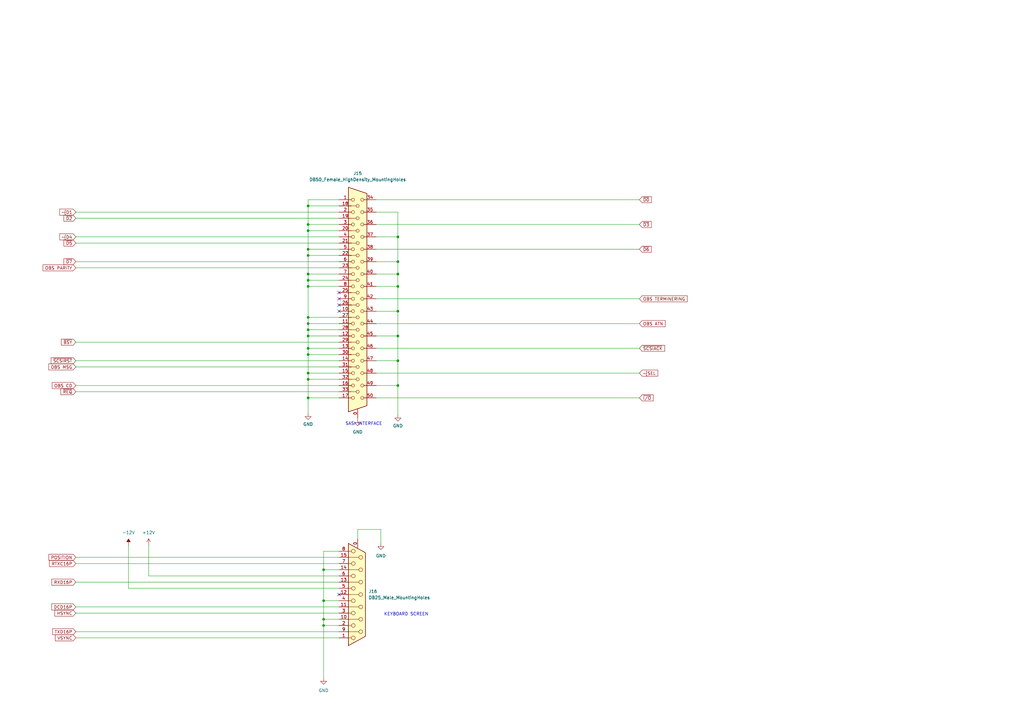
<source format=kicad_sch>
(kicad_sch (version 20211123) (generator eeschema)
  (paper "A3")
  (lib_symbols
    (symbol "Connector:DB15_Female_MountingHoles" (pin_names (offset 1.016) hide)
      (property "Reference" "J" (at 0 24.13 0))
      (property "Value" "DB15_Female_MountingHoles" (at 0 22.225 0))
      (symbol "DB15_Female_MountingHoles_0_1"
        (circle (center -1.778 -17.78) (radius 0.762))
        (circle (center -1.778 -12.7) (radius 0.762))
        (circle (center -1.778 -7.62) (radius 0.762))
        (circle (center -1.778 -2.54) (radius 0.762))
        (circle (center -1.778 2.54) (radius 0.762))
        (circle (center -1.778 7.62) (radius 0.762))
        (circle (center -1.778 12.7) (radius 0.762))
        (circle (center -1.778 17.78) (radius 0.762))
        (polyline (pts (xy -3.81 -17.78) (xy -2.54 -17.78)))
        (polyline (pts (xy -3.81 -15.24) (xy 0.508 -15.24)))
        (polyline (pts (xy -3.81 -12.7) (xy -2.54 -12.7)))
        (polyline (pts (xy -3.81 -10.16) (xy 0.508 -10.16)))
        (polyline (pts (xy -3.81 -7.62) (xy -2.54 -7.62)))
        (polyline (pts (xy -3.81 -5.08) (xy 0.508 -5.08)))
        (polyline (pts (xy -3.81 -2.54) (xy -2.54 -2.54)))
        (polyline (pts (xy -3.81 0) (xy 0.508 0)))
        (polyline (pts (xy -3.81 2.54) (xy -2.54 2.54)))
        (polyline (pts (xy -3.81 5.08) (xy 0.508 5.08)))
        (polyline (pts (xy -3.81 7.62) (xy -2.54 7.62)))
        (polyline (pts (xy -3.81 10.16) (xy 0.508 10.16)))
        (polyline (pts (xy -3.81 12.7) (xy -2.54 12.7)))
        (polyline (pts (xy -3.81 15.24) (xy 0.508 15.24)))
        (polyline (pts (xy -3.81 17.78) (xy -2.54 17.78)))
        (polyline (pts (xy -3.81 20.955) (xy 3.175 17.145) (xy 3.175 -17.145) (xy -3.81 -20.955) (xy -3.81 20.955)) (stroke (width 0.254)) (fill (type background)))
        (circle (center 1.27 -15.24) (radius 0.762))
        (circle (center 1.27 -10.16) (radius 0.762))
        (circle (center 1.27 -5.08) (radius 0.762))
        (circle (center 1.27 0) (radius 0.762))
        (circle (center 1.27 5.08) (radius 0.762))
        (circle (center 1.27 10.16) (radius 0.762))
        (circle (center 1.27 15.24) (radius 0.762))
      )
      (symbol "DB15_Female_MountingHoles_1_1"
        (pin passive line (at 0 -22.86 90) (length 3.81) (name "PAD") (number "0"))
        (pin passive line (at -7.62 17.78 0) (length 3.81) (name "1") (number "1"))
        (pin passive line (at -7.62 10.16 0) (length 3.81) (name "P10") (number "10"))
        (pin passive line (at -7.62 5.08 0) (length 3.81) (name "P111") (number "11"))
        (pin passive line (at -7.62 0 0) (length 3.81) (name "P12") (number "12"))
        (pin passive line (at -7.62 -5.08 0) (length 3.81) (name "P13") (number "13"))
        (pin passive line (at -7.62 -10.16 0) (length 3.81) (name "P14") (number "14"))
        (pin passive line (at -7.62 -15.24 0) (length 3.81) (name "P15") (number "15"))
        (pin passive line (at -7.62 12.7 0) (length 3.81) (name "2") (number "2"))
        (pin passive line (at -7.62 7.62 0) (length 3.81) (name "3") (number "3"))
        (pin passive line (at -7.62 2.54 0) (length 3.81) (name "4") (number "4"))
        (pin passive line (at -7.62 -2.54 0) (length 3.81) (name "5") (number "5"))
        (pin passive line (at -7.62 -7.62 0) (length 3.81) (name "6") (number "6"))
        (pin passive line (at -7.62 -12.7 0) (length 3.81) (name "7") (number "7"))
        (pin passive line (at -7.62 -17.78 0) (length 3.81) (name "8") (number "8"))
        (pin passive line (at -7.62 15.24 0) (length 3.81) (name "P9") (number "9"))
      )
    )
    (symbol "power:+12V" (power) (pin_names (offset 0))
      (property "Value" "+12V" (at 0 3.556 0))
      (symbol "+12V_0_1"
        (polyline (pts (xy -0.762 1.27) (xy 0 2.54)))
        (polyline (pts (xy 0 0) (xy 0 2.54)))
        (polyline (pts (xy 0 2.54) (xy 0.762 1.27)))
      )
      (symbol "+12V_1_1"
        (pin power_in line (at 0 0 90) (length 0) hide (name "+12V") (number "1"))
      )
    )
    (symbol "power:-12V" (power) (pin_names (offset 0))
      (property "Value" "-12V" (at 0 3.81 0))
      (symbol "-12V_0_0"
        (pin power_in line (at 0 0 90) (length 0) hide (name "-12V") (number "1"))
      )
      (symbol "-12V_0_1"
        (polyline (pts (xy 0 0) (xy 0 1.27) (xy 0.762 1.27) (xy 0 2.54) (xy -0.762 1.27) (xy 0 1.27)) (fill (type outline)))
      )
    )
    (symbol "power:GND" (power) (pin_names (offset 0))
      (property "Value" "GND" (at 0 -3.81 0))
      (symbol "GND_0_1"
        (polyline (pts (xy 0 0) (xy 0 -1.27) (xy 1.27 -1.27) (xy 0 -2.54) (xy -1.27 -1.27) (xy 0 -1.27)))
      )
      (symbol "GND_1_1"
        (pin power_in line (at 0 0 270) (length 0) hide (name "GND") (number "1"))
      )
    )
    (symbol "x37:DB50_Female_HighDensity_MountingHoles" (pin_names (offset 1.016) hide)
      (property "Reference" "J" (at 0 21.59 0))
      (property "Value" "DB50_Female_HighDensity_MountingHoles" (at 0 19.05 0))
      (symbol "DB50_Female_HighDensity_MountingHoles_0_1"
        (circle (center -1.905 -71.12) (radius 0.635))
        (circle (center -1.905 -66.04) (radius 0.635))
        (circle (center -1.905 -60.96) (radius 0.635))
        (circle (center -1.905 -55.88) (radius 0.635))
        (circle (center -1.905 -50.8) (radius 0.635))
        (circle (center -1.905 -45.72) (radius 0.635))
        (circle (center -1.905 -40.64) (radius 0.635))
        (circle (center -1.905 -35.56) (radius 0.635))
        (circle (center -1.905 -30.48) (radius 0.635))
        (circle (center -1.905 -25.4) (radius 0.635))
        (circle (center -1.905 -20.32) (radius 0.635))
        (circle (center -1.905 -15.24) (radius 0.635))
        (circle (center -1.905 -10.16) (radius 0.635))
        (circle (center -1.905 -5.08) (radius 0.635))
        (circle (center -1.905 0) (radius 0.635))
        (circle (center -1.905 5.08) (radius 0.635))
        (circle (center -1.905 10.16) (radius 0.635))
        (circle (center 0 -68.58) (radius 0.635))
        (circle (center 0 -63.5) (radius 0.635))
        (circle (center 0 -58.42) (radius 0.635))
        (circle (center 0 -53.34) (radius 0.635))
        (circle (center 0 -48.26) (radius 0.635))
        (circle (center 0 -43.18) (radius 0.635))
        (circle (center 0 -38.1) (radius 0.635))
        (circle (center 0 -33.02) (radius 0.635))
        (circle (center 0 -27.94) (radius 0.635))
        (circle (center 0 -22.86) (radius 0.635))
        (circle (center 0 -17.78) (radius 0.635))
        (circle (center 0 -12.7) (radius 0.635))
        (circle (center 0 -7.62) (radius 0.635))
        (circle (center 0 -2.54) (radius 0.635))
        (polyline (pts (xy -3.175 -43.18) (xy -0.635 -43.18)))
        (polyline (pts (xy -3.175 -17.78) (xy -0.635 -17.78)))
        (polyline (pts (xy -3.175 7.62) (xy -0.635 7.62)))
        (polyline (pts (xy -0.635 -68.58) (xy -3.175 -68.58)))
        (polyline (pts (xy -0.635 -63.5) (xy -3.175 -63.5)))
        (polyline (pts (xy -0.635 -58.42) (xy -3.175 -58.42)))
        (polyline (pts (xy -0.635 -53.34) (xy -3.175 -53.34)))
        (polyline (pts (xy -0.635 -48.26) (xy -3.175 -48.26)))
        (polyline (pts (xy -0.635 -38.1) (xy -3.175 -38.1)))
        (polyline (pts (xy -0.635 -33.02) (xy -3.175 -33.02)))
        (polyline (pts (xy -0.635 -27.94) (xy -3.175 -27.94)))
        (polyline (pts (xy -0.635 -22.86) (xy -3.175 -22.86)))
        (polyline (pts (xy -0.635 -12.7) (xy -3.175 -12.7)))
        (polyline (pts (xy -0.635 -7.62) (xy -3.175 -7.62)))
        (polyline (pts (xy -0.635 -2.54) (xy -3.175 -2.54)))
        (polyline (pts (xy -0.635 2.54) (xy -3.175 2.54)))
        (polyline (pts (xy -3.81 15.24) (xy -3.81 -76.835) (xy 3.81 -74.295) (xy 3.81 12.7) (xy -3.81 15.24)) (stroke (width 0.254)) (fill (type background)))
        (circle (center 0 2.54) (radius 0.635))
        (circle (center 0 7.62) (radius 0.635))
        (circle (center 1.905 -71.12) (radius 0.635))
        (circle (center 1.905 -66.04) (radius 0.635))
        (circle (center 1.905 -60.96) (radius 0.635))
        (circle (center 1.905 -55.88) (radius 0.635))
        (circle (center 1.905 -50.8) (radius 0.635))
        (circle (center 1.905 -45.72) (radius 0.635))
        (circle (center 1.905 -40.64) (radius 0.635))
        (circle (center 1.905 -35.56) (radius 0.635))
        (circle (center 1.905 -30.48) (radius 0.635))
        (circle (center 1.905 -25.4) (radius 0.635))
        (circle (center 1.905 -20.32) (radius 0.635))
        (circle (center 1.905 -15.24) (radius 0.635))
        (circle (center 1.905 -10.16) (radius 0.635))
        (circle (center 1.905 -5.08) (radius 0.635))
        (circle (center 1.905 0) (radius 0.635))
        (circle (center 1.905 5.08) (radius 0.635))
        (circle (center 1.905 10.16) (radius 0.635))
      )
      (symbol "DB50_Female_HighDensity_MountingHoles_1_1"
        (pin passive line (at 0 -79.375 90) (length 3.81) (name "~") (number "0"))
        (pin passive line (at -7.62 10.16 0) (length 5.08) (name "~") (number "1"))
        (pin passive line (at -7.62 -35.56 0) (length 5.08) (name "~") (number "10"))
        (pin passive line (at -7.62 -40.64 0) (length 5.08) (name "~") (number "11"))
        (pin passive line (at -7.62 -45.72 0) (length 5.08) (name "~") (number "12"))
        (pin passive line (at -7.62 -50.8 0) (length 5.08) (name "~") (number "13"))
        (pin passive line (at -7.62 -55.88 0) (length 5.08) (name "~") (number "14"))
        (pin passive line (at -7.62 -60.96 0) (length 5.08) (name "~") (number "15"))
        (pin passive line (at -7.62 -66.04 0) (length 5.08) (name "~") (number "16"))
        (pin passive line (at -7.62 -71.12 0) (length 5.08) (name "~") (number "17"))
        (pin passive line (at -7.62 7.62 0) (length 5.08) (name "~") (number "18"))
        (pin passive line (at -7.62 2.54 0) (length 5.08) (name "~") (number "19"))
        (pin passive line (at -7.62 5.08 0) (length 5.08) (name "~") (number "2"))
        (pin passive line (at -7.62 -2.54 0) (length 5.08) (name "~") (number "20"))
        (pin passive line (at -7.62 -7.62 0) (length 5.08) (name "~") (number "21"))
        (pin passive line (at -7.62 -12.7 0) (length 5.08) (name "~") (number "22"))
        (pin passive line (at -7.62 -17.78 0) (length 5.08) (name "~") (number "23"))
        (pin passive line (at -7.62 -22.86 0) (length 5.08) (name "~") (number "24"))
        (pin passive line (at -7.62 -27.94 0) (length 5.08) (name "~") (number "25"))
        (pin passive line (at -7.62 -33.02 0) (length 5.08) (name "~") (number "26"))
        (pin passive line (at -7.62 -38.1 0) (length 5.08) (name "~") (number "27"))
        (pin passive line (at -7.62 -43.18 0) (length 5.08) (name "~") (number "28"))
        (pin passive line (at -7.62 -48.26 0) (length 5.08) (name "~") (number "29"))
        (pin passive line (at -7.62 0 0) (length 5.08) (name "~") (number "3"))
        (pin passive line (at -7.62 -53.34 0) (length 5.08) (name "~") (number "30"))
        (pin passive line (at -7.62 -58.42 0) (length 5.08) (name "~") (number "31"))
        (pin passive line (at -7.62 -63.5 0) (length 5.08) (name "~") (number "32"))
        (pin passive line (at -7.62 -68.58 0) (length 5.08) (name "~") (number "33"))
        (pin passive line (at 7.62 10.16 180) (length 5.08) (name "~") (number "34"))
        (pin passive line (at 7.62 5.08 180) (length 5.08) (name "~") (number "35"))
        (pin passive line (at 7.62 0 180) (length 5.08) (name "~") (number "36"))
        (pin passive line (at 7.62 -5.08 180) (length 5.08) (name "~") (number "37"))
        (pin passive line (at 7.62 -10.16 180) (length 5.08) (name "~") (number "38"))
        (pin passive line (at 7.62 -15.24 180) (length 5.08) (name "~") (number "39"))
        (pin passive line (at -7.62 -5.08 0) (length 5.08) (name "~") (number "4"))
        (pin passive line (at 7.62 -20.32 180) (length 5.08) (name "~") (number "40"))
        (pin passive line (at 7.62 -25.4 180) (length 5.08) (name "~") (number "41"))
        (pin passive line (at 7.62 -30.48 180) (length 5.08) (name "~") (number "42"))
        (pin passive line (at 7.62 -35.56 180) (length 5.08) (name "~") (number "43"))
        (pin passive line (at 7.62 -40.64 180) (length 5.08) (name "~") (number "44"))
        (pin passive line (at 7.62 -45.72 180) (length 5.08) (name "~") (number "45"))
        (pin passive line (at 7.62 -50.8 180) (length 5.08) (name "~") (number "46"))
        (pin passive line (at 7.62 -55.88 180) (length 5.08) (name "~") (number "47"))
        (pin passive line (at 7.62 -60.96 180) (length 5.08) (name "~") (number "48"))
        (pin passive line (at 7.62 -66.04 180) (length 5.08) (name "~") (number "49"))
        (pin passive line (at -7.62 -10.16 0) (length 5.08) (name "~") (number "5"))
        (pin passive line (at 7.62 -71.12 180) (length 5.08) (name "~") (number "50"))
        (pin passive line (at -7.62 -15.24 0) (length 5.08) (name "~") (number "6"))
        (pin passive line (at -7.62 -20.32 0) (length 5.08) (name "~") (number "7"))
        (pin passive line (at -7.62 -25.4 0) (length 5.08) (name "~") (number "8"))
        (pin passive line (at -7.62 -30.48 0) (length 5.08) (name "~") (number "9"))
      )
    )
  )
  (junction (at 126.365 114.935))
  (junction (at 163.195 112.395))
  (junction (at 126.365 137.795))
  (junction (at 163.195 97.155))
  (junction (at 132.715 254))
  (junction (at 126.365 104.775))
  (junction (at 126.365 155.575))
  (junction (at 163.195 147.955))
  (junction (at 126.365 117.475))
  (junction (at 126.365 132.715))
  (junction (at 132.715 246.38))
  (junction (at 126.365 102.235))
  (junction (at 126.365 153.035))
  (junction (at 126.365 92.075))
  (junction (at 126.365 94.615))
  (junction (at 126.365 142.875))
  (junction (at 126.365 84.455))
  (junction (at 163.195 158.115))
  (junction (at 163.195 107.315))
  (junction (at 132.715 256.54))
  (junction (at 126.365 145.415))
  (junction (at 132.715 233.68))
  (junction (at 126.365 135.255))
  (junction (at 126.365 163.195))
  (junction (at 163.195 117.475))
  (junction (at 126.365 130.175))
  (junction (at 163.195 137.795))
  (junction (at 126.365 112.395))
  (junction (at 163.195 127.635))
  (no_connect (at 139.065 120.015))
  (no_connect (at 139.065 127.635))
  (no_connect (at 139.065 125.095))
  (no_connect (at 139.065 122.555))
  (no_connect (at 139.065 243.84))
  (wire (pts (xy 31.115 89.535) (xy 139.065 89.535)))
  (wire (pts (xy 132.715 246.38) (xy 132.715 254)))
  (wire (pts (xy 31.115 109.855) (xy 139.065 109.855)))
  (wire (pts (xy 156.21 217.17) (xy 156.21 222.885)))
  (wire (pts (xy 126.365 112.395) (xy 139.065 112.395)))
  (wire (pts (xy 154.305 137.795) (xy 163.195 137.795)))
  (wire (pts (xy 126.365 153.035) (xy 139.065 153.035)))
  (wire (pts (xy 154.305 97.155) (xy 163.195 97.155)))
  (wire (pts (xy 163.195 117.475) (xy 163.195 127.635)))
  (wire (pts (xy 126.365 137.795) (xy 126.365 142.875)))
  (wire (pts (xy 31.115 231.14) (xy 139.065 231.14)))
  (wire (pts (xy 139.065 130.175) (xy 126.365 130.175)))
  (wire (pts (xy 126.365 155.575) (xy 139.065 155.575)))
  (wire (pts (xy 139.065 81.915) (xy 126.365 81.915)))
  (wire (pts (xy 154.305 86.995) (xy 163.195 86.995)))
  (wire (pts (xy 126.365 102.235) (xy 126.365 104.775)))
  (wire (pts (xy 126.365 117.475) (xy 126.365 130.175)))
  (wire (pts (xy 126.365 92.075) (xy 139.065 92.075)))
  (wire (pts (xy 132.715 256.54) (xy 132.715 278.13)))
  (wire (pts (xy 126.365 142.875) (xy 126.365 145.415)))
  (wire (pts (xy 31.115 158.115) (xy 139.065 158.115)))
  (wire (pts (xy 52.705 223.52) (xy 52.705 241.3)))
  (wire (pts (xy 146.685 217.17) (xy 156.21 217.17)))
  (wire (pts (xy 31.115 140.335) (xy 139.065 140.335)))
  (wire (pts (xy 126.365 114.935) (xy 126.365 117.475)))
  (wire (pts (xy 31.115 259.08) (xy 139.065 259.08)))
  (wire (pts (xy 126.365 104.775) (xy 139.065 104.775)))
  (wire (pts (xy 126.365 153.035) (xy 126.365 155.575)))
  (wire (pts (xy 31.115 150.495) (xy 139.065 150.495)))
  (wire (pts (xy 126.365 94.615) (xy 139.065 94.615)))
  (wire (pts (xy 60.96 223.52) (xy 60.96 236.22)))
  (wire (pts (xy 139.065 241.3) (xy 52.705 241.3)))
  (wire (pts (xy 60.96 236.22) (xy 139.065 236.22)))
  (wire (pts (xy 31.115 248.92) (xy 139.065 248.92)))
  (wire (pts (xy 126.365 132.715) (xy 139.065 132.715)))
  (wire (pts (xy 139.065 114.935) (xy 126.365 114.935)))
  (wire (pts (xy 31.115 86.995) (xy 139.065 86.995)))
  (wire (pts (xy 126.365 135.255) (xy 126.365 137.795)))
  (wire (pts (xy 154.305 112.395) (xy 163.195 112.395)))
  (wire (pts (xy 146.685 220.98) (xy 146.685 217.17)))
  (wire (pts (xy 31.115 99.695) (xy 139.065 99.695)))
  (wire (pts (xy 31.115 160.655) (xy 139.065 160.655)))
  (wire (pts (xy 126.365 102.235) (xy 139.065 102.235)))
  (wire (pts (xy 262.255 153.035) (xy 154.305 153.035)))
  (wire (pts (xy 154.305 127.635) (xy 163.195 127.635)))
  (wire (pts (xy 163.195 107.315) (xy 163.195 112.395)))
  (wire (pts (xy 132.715 233.68) (xy 139.065 233.68)))
  (wire (pts (xy 31.115 238.76) (xy 139.065 238.76)))
  (wire (pts (xy 154.305 158.115) (xy 163.195 158.115)))
  (wire (pts (xy 262.255 163.195) (xy 154.305 163.195)))
  (wire (pts (xy 163.195 158.115) (xy 163.195 170.18)))
  (wire (pts (xy 126.365 145.415) (xy 126.365 153.035)))
  (wire (pts (xy 139.065 142.875) (xy 126.365 142.875)))
  (wire (pts (xy 132.715 226.06) (xy 132.715 233.68)))
  (wire (pts (xy 126.365 163.195) (xy 139.065 163.195)))
  (wire (pts (xy 31.115 228.6) (xy 139.065 228.6)))
  (wire (pts (xy 126.365 155.575) (xy 126.365 163.195)))
  (wire (pts (xy 163.195 86.995) (xy 163.195 97.155)))
  (wire (pts (xy 126.365 130.175) (xy 126.365 132.715)))
  (wire (pts (xy 126.365 94.615) (xy 126.365 102.235)))
  (wire (pts (xy 132.715 246.38) (xy 139.065 246.38)))
  (wire (pts (xy 154.305 107.315) (xy 163.195 107.315)))
  (wire (pts (xy 31.115 251.46) (xy 139.065 251.46)))
  (wire (pts (xy 262.255 142.875) (xy 154.305 142.875)))
  (wire (pts (xy 31.115 107.315) (xy 139.065 107.315)))
  (wire (pts (xy 126.365 84.455) (xy 139.065 84.455)))
  (wire (pts (xy 154.305 147.955) (xy 163.195 147.955)))
  (wire (pts (xy 126.365 135.255) (xy 139.065 135.255)))
  (wire (pts (xy 31.115 97.155) (xy 139.065 97.155)))
  (wire (pts (xy 139.065 256.54) (xy 132.715 256.54)))
  (wire (pts (xy 154.305 132.715) (xy 262.255 132.715)))
  (wire (pts (xy 262.255 81.915) (xy 154.305 81.915)))
  (wire (pts (xy 132.715 254) (xy 132.715 256.54)))
  (wire (pts (xy 126.365 81.915) (xy 126.365 84.455)))
  (wire (pts (xy 126.365 145.415) (xy 139.065 145.415)))
  (wire (pts (xy 126.365 163.195) (xy 126.365 169.545)))
  (wire (pts (xy 132.715 233.68) (xy 132.715 246.38)))
  (wire (pts (xy 126.365 132.715) (xy 126.365 135.255)))
  (wire (pts (xy 126.365 112.395) (xy 126.365 114.935)))
  (wire (pts (xy 154.305 122.555) (xy 262.255 122.555)))
  (wire (pts (xy 126.365 104.775) (xy 126.365 112.395)))
  (wire (pts (xy 126.365 92.075) (xy 126.365 94.615)))
  (wire (pts (xy 31.115 147.955) (xy 139.065 147.955)))
  (wire (pts (xy 262.255 102.235) (xy 154.305 102.235)))
  (wire (pts (xy 163.195 97.155) (xy 163.195 107.315)))
  (wire (pts (xy 163.195 127.635) (xy 163.195 137.795)))
  (wire (pts (xy 126.365 84.455) (xy 126.365 92.075)))
  (wire (pts (xy 132.715 254) (xy 139.065 254)))
  (wire (pts (xy 139.065 137.795) (xy 126.365 137.795)))
  (wire (pts (xy 31.115 261.62) (xy 139.065 261.62)))
  (wire (pts (xy 163.195 147.955) (xy 163.195 158.115)))
  (wire (pts (xy 146.685 171.45) (xy 146.685 172.085)))
  (wire (pts (xy 154.305 117.475) (xy 163.195 117.475)))
  (wire (pts (xy 163.195 112.395) (xy 163.195 117.475)))
  (wire (pts (xy 139.065 117.475) (xy 126.365 117.475)))
  (wire (pts (xy 139.065 226.06) (xy 132.715 226.06)))
  (wire (pts (xy 163.195 137.795) (xy 163.195 147.955)))
  (wire (pts (xy 262.255 92.075) (xy 154.305 92.075)))
  (text "SASI INTERFACE\n" (at 141.605 174.625 0) (effects (font (size 1.27 1.27)) (justify left bottom)))
  (text "KEYBOARD SCREEN\n" (at 157.48 252.73 0) (effects (font (size 1.27 1.27)) (justify left bottom)))
  (global_label "OBS TERMINERING" (shape input) (at 262.255 122.555 0) (property "Intersheet References" "${INTERSHEET_REFS}" (effects hide)))
  (global_label "~{D2}" (shape input) (at 31.115 89.535 180) (property "Intersheet References" "${INTERSHEET_REFS}" (effects hide)))
  (global_label "~{BSY}" (shape input) (at 31.115 140.335 180) (property "Intersheet References" "${INTERSHEET_REFS}" (effects hide)))
  (global_label "POSITION" (shape input) (at 31.115 228.6 180) (property "Intersheet References" "${INTERSHEET_REFS}" (effects hide)))
  (global_label "DCD16P" (shape input) (at 31.115 248.92 180) (property "Intersheet References" "${INTERSHEET_REFS}" (effects hide)))
  (global_label "~{D5}" (shape input) (at 31.115 99.695 180) (property "Intersheet References" "${INTERSHEET_REFS}" (effects hide)))
  (global_label "~{SCSIRST}" (shape input) (at 31.115 147.955 180) (property "Intersheet References" "${INTERSHEET_REFS}" (effects hide)))
  (global_label "~{SCSIACK}" (shape input) (at 262.255 142.875 0) (property "Intersheet References" "${INTERSHEET_REFS}" (effects hide)))
  (global_label "~{D7}" (shape input) (at 31.115 107.315 180) (property "Intersheet References" "${INTERSHEET_REFS}" (effects hide)))
  (global_label "~{D1" (shape input) (at 31.115 86.995 180) (property "Intersheet References" "${INTERSHEET_REFS}" (effects hide)))
  (global_label "~{D4" (shape input) (at 31.115 97.155 180) (property "Intersheet References" "${INTERSHEET_REFS}" (effects hide)))
  (global_label "OBS CD" (shape input) (at 31.115 158.115 180) (property "Intersheet References" "${INTERSHEET_REFS}" (effects hide)))
  (global_label "OBS ATN" (shape input) (at 262.255 132.715 0) (property "Intersheet References" "${INTERSHEET_REFS}" (effects hide)))
  (global_label "~{D6}" (shape input) (at 262.255 102.235 0) (property "Intersheet References" "${INTERSHEET_REFS}" (effects hide)))
  (global_label "OBS PARITY" (shape input) (at 31.115 109.855 180) (property "Intersheet References" "${INTERSHEET_REFS}" (effects hide)))
  (global_label "~{D3}" (shape input) (at 262.255 92.075 0) (property "Intersheet References" "${INTERSHEET_REFS}" (effects hide)))
  (global_label "OBS MSG" (shape input) (at 31.115 150.495 180) (property "Intersheet References" "${INTERSHEET_REFS}" (effects hide)))
  (global_label "~{SEL" (shape input) (at 262.255 153.035 0) (property "Intersheet References" "${INTERSHEET_REFS}" (effects hide)))
  (global_label "TXD16P" (shape input) (at 31.115 259.08 180) (property "Intersheet References" "${INTERSHEET_REFS}" (effects hide)))
  (global_label "~{I{slash}O}" (shape input) (at 262.255 163.195 0) (property "Intersheet References" "${INTERSHEET_REFS}" (effects hide)))
  (global_label "~{REQ}" (shape input) (at 31.115 160.655 180) (property "Intersheet References" "${INTERSHEET_REFS}" (effects hide)))
  (global_label "HSYNC" (shape input) (at 31.115 251.46 180) (property "Intersheet References" "${INTERSHEET_REFS}" (effects hide)))
  (global_label "RTXC16P" (shape input) (at 31.115 231.14 180) (property "Intersheet References" "${INTERSHEET_REFS}" (effects hide)))
  (global_label "VSYNC" (shape input) (at 31.115 261.62 180) (property "Intersheet References" "${INTERSHEET_REFS}" (effects hide)))
  (global_label "~{D0}" (shape input) (at 262.255 81.915 0) (property "Intersheet References" "${INTERSHEET_REFS}" (effects hide)))
  (global_label "RXD16P" (shape input) (at 31.115 238.76 180) (property "Intersheet References" "${INTERSHEET_REFS}" (effects hide)))
  (symbol (lib_id "power:GND") (at 163.195 170.18 0) (unit 1)
    (property "Reference" "#PWR0638" (effects hide))
    (property "Value" "GND" (at 163.195 174.625 0))
  )
  (symbol (lib_id "Connector:DB15_Female_MountingHoles") (at 146.685 243.84 0) (mirror x) (unit 1)
    (property "Reference" "J16" (at 151.13 242.5699 0) (effects (justify left)))
    (property "Value" "DB25_Male_MountingHoles" (at 151.13 245.1099 0) (effects (justify left)))
    (property "Datasheet" " ~" (effects hide))
  )
  (symbol (lib_id "power:GND") (at 126.365 169.545 0) (unit 1)
    (property "Reference" "#PWR0637" (effects hide))
    (property "Value" "GND" (at 126.365 173.99 0))
  )
  (symbol (lib_id "power:GND") (at 156.21 222.885 0) (unit 1)
    (property "Reference" "#PWR038" (effects hide))
    (property "Value" "~" (at 156.21 227.965 0))
  )
  (symbol (lib_id "power:+12V") (at 60.96 223.52 0) (unit 1)
    (property "Reference" "#PWR034" (effects hide))
    (property "Value" "+12V" (at 60.96 218.44 0))
  )
  (symbol (lib_id "power:GND") (at 132.715 278.13 0) (unit 1)
    (property "Reference" "#PWR036" (effects hide))
    (property "Value" "GND" (at 132.715 283.21 0))
  )
  (symbol (lib_id "power:-12V") (at 52.705 223.52 0) (unit 1)
    (property "Reference" "#PWR033" (effects hide))
    (property "Value" "-12V" (at 52.705 218.44 0))
  )
  (symbol (lib_id "x37:DB50_Female_HighDensity_MountingHoles") (at 146.685 92.075 0) (unit 1)
    (property "Reference" "J15" (at 146.685 71.12 0))
    (property "Value" "DB50_Female_HighDensity_MountingHoles" (at 146.685 73.66 0))
    (property "Datasheet" " ~" (effects hide))
  )
  (symbol (lib_id "power:GND") (at 146.685 172.085 0) (unit 1)
    (property "Reference" "#PWR037" (effects hide))
    (property "Value" "~" (at 146.685 177.165 0))
  )
)
</source>
